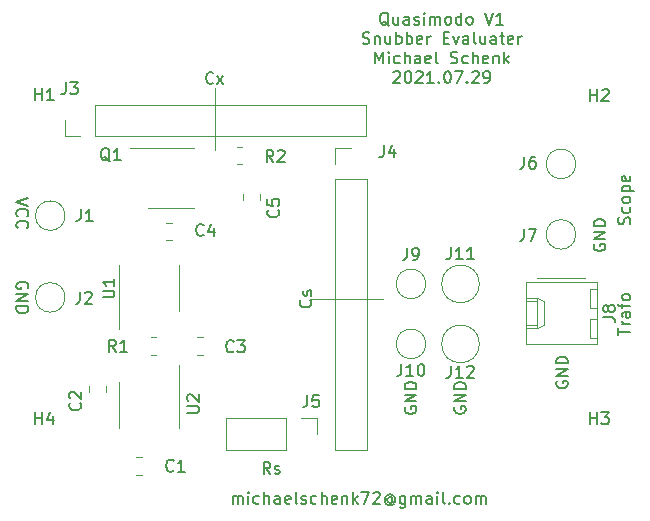
<source format=gbr>
G04 #@! TF.GenerationSoftware,KiCad,Pcbnew,(5.1.10-0-10_14)*
G04 #@! TF.CreationDate,2021-07-29T18:16:50+02:00*
G04 #@! TF.ProjectId,quasimodo,71756173-696d-46f6-946f-2e6b69636164,rev?*
G04 #@! TF.SameCoordinates,Original*
G04 #@! TF.FileFunction,Legend,Top*
G04 #@! TF.FilePolarity,Positive*
%FSLAX46Y46*%
G04 Gerber Fmt 4.6, Leading zero omitted, Abs format (unit mm)*
G04 Created by KiCad (PCBNEW (5.1.10-0-10_14)) date 2021-07-29 18:16:50*
%MOMM*%
%LPD*%
G01*
G04 APERTURE LIST*
%ADD10C,0.150000*%
%ADD11C,0.120000*%
G04 APERTURE END LIST*
D10*
X149296500Y-113537904D02*
X149248880Y-113633142D01*
X149248880Y-113776000D01*
X149296500Y-113918857D01*
X149391738Y-114014095D01*
X149486976Y-114061714D01*
X149677452Y-114109333D01*
X149820309Y-114109333D01*
X150010785Y-114061714D01*
X150106023Y-114014095D01*
X150201261Y-113918857D01*
X150248880Y-113776000D01*
X150248880Y-113680761D01*
X150201261Y-113537904D01*
X150153642Y-113490285D01*
X149820309Y-113490285D01*
X149820309Y-113680761D01*
X150248880Y-113061714D02*
X149248880Y-113061714D01*
X150248880Y-112490285D01*
X149248880Y-112490285D01*
X150248880Y-112014095D02*
X149248880Y-112014095D01*
X149248880Y-111776000D01*
X149296500Y-111633142D01*
X149391738Y-111537904D01*
X149486976Y-111490285D01*
X149677452Y-111442666D01*
X149820309Y-111442666D01*
X150010785Y-111490285D01*
X150106023Y-111537904D01*
X150201261Y-111633142D01*
X150248880Y-111776000D01*
X150248880Y-112014095D01*
X153487500Y-113537904D02*
X153439880Y-113633142D01*
X153439880Y-113776000D01*
X153487500Y-113918857D01*
X153582738Y-114014095D01*
X153677976Y-114061714D01*
X153868452Y-114109333D01*
X154011309Y-114109333D01*
X154201785Y-114061714D01*
X154297023Y-114014095D01*
X154392261Y-113918857D01*
X154439880Y-113776000D01*
X154439880Y-113680761D01*
X154392261Y-113537904D01*
X154344642Y-113490285D01*
X154011309Y-113490285D01*
X154011309Y-113680761D01*
X154439880Y-113061714D02*
X153439880Y-113061714D01*
X154439880Y-112490285D01*
X153439880Y-112490285D01*
X154439880Y-112014095D02*
X153439880Y-112014095D01*
X153439880Y-111776000D01*
X153487500Y-111633142D01*
X153582738Y-111537904D01*
X153677976Y-111490285D01*
X153868452Y-111442666D01*
X154011309Y-111442666D01*
X154201785Y-111490285D01*
X154297023Y-111537904D01*
X154392261Y-111633142D01*
X154439880Y-111776000D01*
X154439880Y-112014095D01*
X162123500Y-111378904D02*
X162075880Y-111474142D01*
X162075880Y-111617000D01*
X162123500Y-111759857D01*
X162218738Y-111855095D01*
X162313976Y-111902714D01*
X162504452Y-111950333D01*
X162647309Y-111950333D01*
X162837785Y-111902714D01*
X162933023Y-111855095D01*
X163028261Y-111759857D01*
X163075880Y-111617000D01*
X163075880Y-111521761D01*
X163028261Y-111378904D01*
X162980642Y-111331285D01*
X162647309Y-111331285D01*
X162647309Y-111521761D01*
X163075880Y-110902714D02*
X162075880Y-110902714D01*
X163075880Y-110331285D01*
X162075880Y-110331285D01*
X163075880Y-109855095D02*
X162075880Y-109855095D01*
X162075880Y-109617000D01*
X162123500Y-109474142D01*
X162218738Y-109378904D01*
X162313976Y-109331285D01*
X162504452Y-109283666D01*
X162647309Y-109283666D01*
X162837785Y-109331285D01*
X162933023Y-109378904D01*
X163028261Y-109474142D01*
X163075880Y-109617000D01*
X163075880Y-109855095D01*
X165298500Y-99758404D02*
X165250880Y-99853642D01*
X165250880Y-99996500D01*
X165298500Y-100139357D01*
X165393738Y-100234595D01*
X165488976Y-100282214D01*
X165679452Y-100329833D01*
X165822309Y-100329833D01*
X166012785Y-100282214D01*
X166108023Y-100234595D01*
X166203261Y-100139357D01*
X166250880Y-99996500D01*
X166250880Y-99901261D01*
X166203261Y-99758404D01*
X166155642Y-99710785D01*
X165822309Y-99710785D01*
X165822309Y-99901261D01*
X166250880Y-99282214D02*
X165250880Y-99282214D01*
X166250880Y-98710785D01*
X165250880Y-98710785D01*
X166250880Y-98234595D02*
X165250880Y-98234595D01*
X165250880Y-97996500D01*
X165298500Y-97853642D01*
X165393738Y-97758404D01*
X165488976Y-97710785D01*
X165679452Y-97663166D01*
X165822309Y-97663166D01*
X166012785Y-97710785D01*
X166108023Y-97758404D01*
X166203261Y-97853642D01*
X166250880Y-97996500D01*
X166250880Y-98234595D01*
X168298761Y-98059619D02*
X168346380Y-97916761D01*
X168346380Y-97678666D01*
X168298761Y-97583428D01*
X168251142Y-97535809D01*
X168155904Y-97488190D01*
X168060666Y-97488190D01*
X167965428Y-97535809D01*
X167917809Y-97583428D01*
X167870190Y-97678666D01*
X167822571Y-97869142D01*
X167774952Y-97964380D01*
X167727333Y-98012000D01*
X167632095Y-98059619D01*
X167536857Y-98059619D01*
X167441619Y-98012000D01*
X167394000Y-97964380D01*
X167346380Y-97869142D01*
X167346380Y-97631047D01*
X167394000Y-97488190D01*
X168298761Y-96631047D02*
X168346380Y-96726285D01*
X168346380Y-96916761D01*
X168298761Y-97012000D01*
X168251142Y-97059619D01*
X168155904Y-97107238D01*
X167870190Y-97107238D01*
X167774952Y-97059619D01*
X167727333Y-97012000D01*
X167679714Y-96916761D01*
X167679714Y-96726285D01*
X167727333Y-96631047D01*
X168346380Y-96059619D02*
X168298761Y-96154857D01*
X168251142Y-96202476D01*
X168155904Y-96250095D01*
X167870190Y-96250095D01*
X167774952Y-96202476D01*
X167727333Y-96154857D01*
X167679714Y-96059619D01*
X167679714Y-95916761D01*
X167727333Y-95821523D01*
X167774952Y-95773904D01*
X167870190Y-95726285D01*
X168155904Y-95726285D01*
X168251142Y-95773904D01*
X168298761Y-95821523D01*
X168346380Y-95916761D01*
X168346380Y-96059619D01*
X167679714Y-95297714D02*
X168679714Y-95297714D01*
X167727333Y-95297714D02*
X167679714Y-95202476D01*
X167679714Y-95012000D01*
X167727333Y-94916761D01*
X167774952Y-94869142D01*
X167870190Y-94821523D01*
X168155904Y-94821523D01*
X168251142Y-94869142D01*
X168298761Y-94916761D01*
X168346380Y-95012000D01*
X168346380Y-95202476D01*
X168298761Y-95297714D01*
X168298761Y-94012000D02*
X168346380Y-94107238D01*
X168346380Y-94297714D01*
X168298761Y-94392952D01*
X168203523Y-94440571D01*
X167822571Y-94440571D01*
X167727333Y-94392952D01*
X167679714Y-94297714D01*
X167679714Y-94107238D01*
X167727333Y-94012000D01*
X167822571Y-93964380D01*
X167917809Y-93964380D01*
X168013047Y-94440571D01*
X167346380Y-107449714D02*
X167346380Y-106878285D01*
X168346380Y-107164000D02*
X167346380Y-107164000D01*
X168346380Y-106544952D02*
X167679714Y-106544952D01*
X167870190Y-106544952D02*
X167774952Y-106497333D01*
X167727333Y-106449714D01*
X167679714Y-106354476D01*
X167679714Y-106259238D01*
X168346380Y-105497333D02*
X167822571Y-105497333D01*
X167727333Y-105544952D01*
X167679714Y-105640190D01*
X167679714Y-105830666D01*
X167727333Y-105925904D01*
X168298761Y-105497333D02*
X168346380Y-105592571D01*
X168346380Y-105830666D01*
X168298761Y-105925904D01*
X168203523Y-105973523D01*
X168108285Y-105973523D01*
X168013047Y-105925904D01*
X167965428Y-105830666D01*
X167965428Y-105592571D01*
X167917809Y-105497333D01*
X167679714Y-105164000D02*
X167679714Y-104783047D01*
X168346380Y-105021142D02*
X167489238Y-105021142D01*
X167394000Y-104973523D01*
X167346380Y-104878285D01*
X167346380Y-104783047D01*
X168346380Y-104306857D02*
X168298761Y-104402095D01*
X168251142Y-104449714D01*
X168155904Y-104497333D01*
X167870190Y-104497333D01*
X167774952Y-104449714D01*
X167727333Y-104402095D01*
X167679714Y-104306857D01*
X167679714Y-104164000D01*
X167727333Y-104068761D01*
X167774952Y-104021142D01*
X167870190Y-103973523D01*
X168155904Y-103973523D01*
X168251142Y-104021142D01*
X168298761Y-104068761D01*
X168346380Y-104164000D01*
X168346380Y-104306857D01*
X137890261Y-119197380D02*
X137556928Y-118721190D01*
X137318833Y-119197380D02*
X137318833Y-118197380D01*
X137699785Y-118197380D01*
X137795023Y-118245000D01*
X137842642Y-118292619D01*
X137890261Y-118387857D01*
X137890261Y-118530714D01*
X137842642Y-118625952D01*
X137795023Y-118673571D01*
X137699785Y-118721190D01*
X137318833Y-118721190D01*
X138271214Y-119149761D02*
X138366452Y-119197380D01*
X138556928Y-119197380D01*
X138652166Y-119149761D01*
X138699785Y-119054523D01*
X138699785Y-119006904D01*
X138652166Y-118911666D01*
X138556928Y-118864047D01*
X138414071Y-118864047D01*
X138318833Y-118816428D01*
X138271214Y-118721190D01*
X138271214Y-118673571D01*
X138318833Y-118578333D01*
X138414071Y-118530714D01*
X138556928Y-118530714D01*
X138652166Y-118578333D01*
X141263642Y-104489238D02*
X141311261Y-104536857D01*
X141358880Y-104679714D01*
X141358880Y-104774952D01*
X141311261Y-104917809D01*
X141216023Y-105013047D01*
X141120785Y-105060666D01*
X140930309Y-105108285D01*
X140787452Y-105108285D01*
X140596976Y-105060666D01*
X140501738Y-105013047D01*
X140406500Y-104917809D01*
X140358880Y-104774952D01*
X140358880Y-104679714D01*
X140406500Y-104536857D01*
X140454119Y-104489238D01*
X141311261Y-104108285D02*
X141358880Y-104013047D01*
X141358880Y-103822571D01*
X141311261Y-103727333D01*
X141216023Y-103679714D01*
X141168404Y-103679714D01*
X141073166Y-103727333D01*
X141025547Y-103822571D01*
X141025547Y-103965428D01*
X140977928Y-104060666D01*
X140882690Y-104108285D01*
X140835071Y-104108285D01*
X140739833Y-104060666D01*
X140692214Y-103965428D01*
X140692214Y-103822571D01*
X140739833Y-103727333D01*
X133064261Y-86082142D02*
X133016642Y-86129761D01*
X132873785Y-86177380D01*
X132778547Y-86177380D01*
X132635690Y-86129761D01*
X132540452Y-86034523D01*
X132492833Y-85939285D01*
X132445214Y-85748809D01*
X132445214Y-85605952D01*
X132492833Y-85415476D01*
X132540452Y-85320238D01*
X132635690Y-85225000D01*
X132778547Y-85177380D01*
X132873785Y-85177380D01*
X133016642Y-85225000D01*
X133064261Y-85272619D01*
X133397595Y-86177380D02*
X133921404Y-85510714D01*
X133397595Y-85510714D02*
X133921404Y-86177380D01*
X117340000Y-103505095D02*
X117387619Y-103409857D01*
X117387619Y-103267000D01*
X117340000Y-103124142D01*
X117244761Y-103028904D01*
X117149523Y-102981285D01*
X116959047Y-102933666D01*
X116816190Y-102933666D01*
X116625714Y-102981285D01*
X116530476Y-103028904D01*
X116435238Y-103124142D01*
X116387619Y-103267000D01*
X116387619Y-103362238D01*
X116435238Y-103505095D01*
X116482857Y-103552714D01*
X116816190Y-103552714D01*
X116816190Y-103362238D01*
X116387619Y-103981285D02*
X117387619Y-103981285D01*
X116387619Y-104552714D01*
X117387619Y-104552714D01*
X116387619Y-105028904D02*
X117387619Y-105028904D01*
X117387619Y-105267000D01*
X117340000Y-105409857D01*
X117244761Y-105505095D01*
X117149523Y-105552714D01*
X116959047Y-105600333D01*
X116816190Y-105600333D01*
X116625714Y-105552714D01*
X116530476Y-105505095D01*
X116435238Y-105409857D01*
X116387619Y-105267000D01*
X116387619Y-105028904D01*
X117387619Y-95821666D02*
X116387619Y-96155000D01*
X117387619Y-96488333D01*
X116482857Y-97393095D02*
X116435238Y-97345476D01*
X116387619Y-97202619D01*
X116387619Y-97107380D01*
X116435238Y-96964523D01*
X116530476Y-96869285D01*
X116625714Y-96821666D01*
X116816190Y-96774047D01*
X116959047Y-96774047D01*
X117149523Y-96821666D01*
X117244761Y-96869285D01*
X117340000Y-96964523D01*
X117387619Y-97107380D01*
X117387619Y-97202619D01*
X117340000Y-97345476D01*
X117292380Y-97393095D01*
X116482857Y-98393095D02*
X116435238Y-98345476D01*
X116387619Y-98202619D01*
X116387619Y-98107380D01*
X116435238Y-97964523D01*
X116530476Y-97869285D01*
X116625714Y-97821666D01*
X116816190Y-97774047D01*
X116959047Y-97774047D01*
X117149523Y-97821666D01*
X117244761Y-97869285D01*
X117340000Y-97964523D01*
X117387619Y-98107380D01*
X117387619Y-98202619D01*
X117340000Y-98345476D01*
X117292380Y-98393095D01*
X134700714Y-121737380D02*
X134700714Y-121070714D01*
X134700714Y-121165952D02*
X134748333Y-121118333D01*
X134843571Y-121070714D01*
X134986428Y-121070714D01*
X135081666Y-121118333D01*
X135129285Y-121213571D01*
X135129285Y-121737380D01*
X135129285Y-121213571D02*
X135176904Y-121118333D01*
X135272142Y-121070714D01*
X135415000Y-121070714D01*
X135510238Y-121118333D01*
X135557857Y-121213571D01*
X135557857Y-121737380D01*
X136034047Y-121737380D02*
X136034047Y-121070714D01*
X136034047Y-120737380D02*
X135986428Y-120785000D01*
X136034047Y-120832619D01*
X136081666Y-120785000D01*
X136034047Y-120737380D01*
X136034047Y-120832619D01*
X136938809Y-121689761D02*
X136843571Y-121737380D01*
X136653095Y-121737380D01*
X136557857Y-121689761D01*
X136510238Y-121642142D01*
X136462619Y-121546904D01*
X136462619Y-121261190D01*
X136510238Y-121165952D01*
X136557857Y-121118333D01*
X136653095Y-121070714D01*
X136843571Y-121070714D01*
X136938809Y-121118333D01*
X137367380Y-121737380D02*
X137367380Y-120737380D01*
X137795952Y-121737380D02*
X137795952Y-121213571D01*
X137748333Y-121118333D01*
X137653095Y-121070714D01*
X137510238Y-121070714D01*
X137415000Y-121118333D01*
X137367380Y-121165952D01*
X138700714Y-121737380D02*
X138700714Y-121213571D01*
X138653095Y-121118333D01*
X138557857Y-121070714D01*
X138367380Y-121070714D01*
X138272142Y-121118333D01*
X138700714Y-121689761D02*
X138605476Y-121737380D01*
X138367380Y-121737380D01*
X138272142Y-121689761D01*
X138224523Y-121594523D01*
X138224523Y-121499285D01*
X138272142Y-121404047D01*
X138367380Y-121356428D01*
X138605476Y-121356428D01*
X138700714Y-121308809D01*
X139557857Y-121689761D02*
X139462619Y-121737380D01*
X139272142Y-121737380D01*
X139176904Y-121689761D01*
X139129285Y-121594523D01*
X139129285Y-121213571D01*
X139176904Y-121118333D01*
X139272142Y-121070714D01*
X139462619Y-121070714D01*
X139557857Y-121118333D01*
X139605476Y-121213571D01*
X139605476Y-121308809D01*
X139129285Y-121404047D01*
X140176904Y-121737380D02*
X140081666Y-121689761D01*
X140034047Y-121594523D01*
X140034047Y-120737380D01*
X140510238Y-121689761D02*
X140605476Y-121737380D01*
X140795952Y-121737380D01*
X140891190Y-121689761D01*
X140938809Y-121594523D01*
X140938809Y-121546904D01*
X140891190Y-121451666D01*
X140795952Y-121404047D01*
X140653095Y-121404047D01*
X140557857Y-121356428D01*
X140510238Y-121261190D01*
X140510238Y-121213571D01*
X140557857Y-121118333D01*
X140653095Y-121070714D01*
X140795952Y-121070714D01*
X140891190Y-121118333D01*
X141795952Y-121689761D02*
X141700714Y-121737380D01*
X141510238Y-121737380D01*
X141415000Y-121689761D01*
X141367380Y-121642142D01*
X141319761Y-121546904D01*
X141319761Y-121261190D01*
X141367380Y-121165952D01*
X141415000Y-121118333D01*
X141510238Y-121070714D01*
X141700714Y-121070714D01*
X141795952Y-121118333D01*
X142224523Y-121737380D02*
X142224523Y-120737380D01*
X142653095Y-121737380D02*
X142653095Y-121213571D01*
X142605476Y-121118333D01*
X142510238Y-121070714D01*
X142367380Y-121070714D01*
X142272142Y-121118333D01*
X142224523Y-121165952D01*
X143510238Y-121689761D02*
X143415000Y-121737380D01*
X143224523Y-121737380D01*
X143129285Y-121689761D01*
X143081666Y-121594523D01*
X143081666Y-121213571D01*
X143129285Y-121118333D01*
X143224523Y-121070714D01*
X143415000Y-121070714D01*
X143510238Y-121118333D01*
X143557857Y-121213571D01*
X143557857Y-121308809D01*
X143081666Y-121404047D01*
X143986428Y-121070714D02*
X143986428Y-121737380D01*
X143986428Y-121165952D02*
X144034047Y-121118333D01*
X144129285Y-121070714D01*
X144272142Y-121070714D01*
X144367380Y-121118333D01*
X144415000Y-121213571D01*
X144415000Y-121737380D01*
X144891190Y-121737380D02*
X144891190Y-120737380D01*
X144986428Y-121356428D02*
X145272142Y-121737380D01*
X145272142Y-121070714D02*
X144891190Y-121451666D01*
X145605476Y-120737380D02*
X146272142Y-120737380D01*
X145843571Y-121737380D01*
X146605476Y-120832619D02*
X146653095Y-120785000D01*
X146748333Y-120737380D01*
X146986428Y-120737380D01*
X147081666Y-120785000D01*
X147129285Y-120832619D01*
X147176904Y-120927857D01*
X147176904Y-121023095D01*
X147129285Y-121165952D01*
X146557857Y-121737380D01*
X147176904Y-121737380D01*
X148224523Y-121261190D02*
X148176904Y-121213571D01*
X148081666Y-121165952D01*
X147986428Y-121165952D01*
X147891190Y-121213571D01*
X147843571Y-121261190D01*
X147795952Y-121356428D01*
X147795952Y-121451666D01*
X147843571Y-121546904D01*
X147891190Y-121594523D01*
X147986428Y-121642142D01*
X148081666Y-121642142D01*
X148176904Y-121594523D01*
X148224523Y-121546904D01*
X148224523Y-121165952D02*
X148224523Y-121546904D01*
X148272142Y-121594523D01*
X148319761Y-121594523D01*
X148415000Y-121546904D01*
X148462619Y-121451666D01*
X148462619Y-121213571D01*
X148367380Y-121070714D01*
X148224523Y-120975476D01*
X148034047Y-120927857D01*
X147843571Y-120975476D01*
X147700714Y-121070714D01*
X147605476Y-121213571D01*
X147557857Y-121404047D01*
X147605476Y-121594523D01*
X147700714Y-121737380D01*
X147843571Y-121832619D01*
X148034047Y-121880238D01*
X148224523Y-121832619D01*
X148367380Y-121737380D01*
X149319761Y-121070714D02*
X149319761Y-121880238D01*
X149272142Y-121975476D01*
X149224523Y-122023095D01*
X149129285Y-122070714D01*
X148986428Y-122070714D01*
X148891190Y-122023095D01*
X149319761Y-121689761D02*
X149224523Y-121737380D01*
X149034047Y-121737380D01*
X148938809Y-121689761D01*
X148891190Y-121642142D01*
X148843571Y-121546904D01*
X148843571Y-121261190D01*
X148891190Y-121165952D01*
X148938809Y-121118333D01*
X149034047Y-121070714D01*
X149224523Y-121070714D01*
X149319761Y-121118333D01*
X149795952Y-121737380D02*
X149795952Y-121070714D01*
X149795952Y-121165952D02*
X149843571Y-121118333D01*
X149938809Y-121070714D01*
X150081666Y-121070714D01*
X150176904Y-121118333D01*
X150224523Y-121213571D01*
X150224523Y-121737380D01*
X150224523Y-121213571D02*
X150272142Y-121118333D01*
X150367380Y-121070714D01*
X150510238Y-121070714D01*
X150605476Y-121118333D01*
X150653095Y-121213571D01*
X150653095Y-121737380D01*
X151557857Y-121737380D02*
X151557857Y-121213571D01*
X151510238Y-121118333D01*
X151415000Y-121070714D01*
X151224523Y-121070714D01*
X151129285Y-121118333D01*
X151557857Y-121689761D02*
X151462619Y-121737380D01*
X151224523Y-121737380D01*
X151129285Y-121689761D01*
X151081666Y-121594523D01*
X151081666Y-121499285D01*
X151129285Y-121404047D01*
X151224523Y-121356428D01*
X151462619Y-121356428D01*
X151557857Y-121308809D01*
X152034047Y-121737380D02*
X152034047Y-121070714D01*
X152034047Y-120737380D02*
X151986428Y-120785000D01*
X152034047Y-120832619D01*
X152081666Y-120785000D01*
X152034047Y-120737380D01*
X152034047Y-120832619D01*
X152653095Y-121737380D02*
X152557857Y-121689761D01*
X152510238Y-121594523D01*
X152510238Y-120737380D01*
X153034047Y-121642142D02*
X153081666Y-121689761D01*
X153034047Y-121737380D01*
X152986428Y-121689761D01*
X153034047Y-121642142D01*
X153034047Y-121737380D01*
X153938809Y-121689761D02*
X153843571Y-121737380D01*
X153653095Y-121737380D01*
X153557857Y-121689761D01*
X153510238Y-121642142D01*
X153462619Y-121546904D01*
X153462619Y-121261190D01*
X153510238Y-121165952D01*
X153557857Y-121118333D01*
X153653095Y-121070714D01*
X153843571Y-121070714D01*
X153938809Y-121118333D01*
X154510238Y-121737380D02*
X154415000Y-121689761D01*
X154367380Y-121642142D01*
X154319761Y-121546904D01*
X154319761Y-121261190D01*
X154367380Y-121165952D01*
X154415000Y-121118333D01*
X154510238Y-121070714D01*
X154653095Y-121070714D01*
X154748333Y-121118333D01*
X154795952Y-121165952D01*
X154843571Y-121261190D01*
X154843571Y-121546904D01*
X154795952Y-121642142D01*
X154748333Y-121689761D01*
X154653095Y-121737380D01*
X154510238Y-121737380D01*
X155272142Y-121737380D02*
X155272142Y-121070714D01*
X155272142Y-121165952D02*
X155319761Y-121118333D01*
X155415000Y-121070714D01*
X155557857Y-121070714D01*
X155653095Y-121118333D01*
X155700714Y-121213571D01*
X155700714Y-121737380D01*
X155700714Y-121213571D02*
X155748333Y-121118333D01*
X155843571Y-121070714D01*
X155986428Y-121070714D01*
X156081666Y-121118333D01*
X156129285Y-121213571D01*
X156129285Y-121737380D01*
X147923809Y-81257619D02*
X147828571Y-81210000D01*
X147733333Y-81114761D01*
X147590476Y-80971904D01*
X147495238Y-80924285D01*
X147400000Y-80924285D01*
X147447619Y-81162380D02*
X147352380Y-81114761D01*
X147257142Y-81019523D01*
X147209523Y-80829047D01*
X147209523Y-80495714D01*
X147257142Y-80305238D01*
X147352380Y-80210000D01*
X147447619Y-80162380D01*
X147638095Y-80162380D01*
X147733333Y-80210000D01*
X147828571Y-80305238D01*
X147876190Y-80495714D01*
X147876190Y-80829047D01*
X147828571Y-81019523D01*
X147733333Y-81114761D01*
X147638095Y-81162380D01*
X147447619Y-81162380D01*
X148733333Y-80495714D02*
X148733333Y-81162380D01*
X148304761Y-80495714D02*
X148304761Y-81019523D01*
X148352380Y-81114761D01*
X148447619Y-81162380D01*
X148590476Y-81162380D01*
X148685714Y-81114761D01*
X148733333Y-81067142D01*
X149638095Y-81162380D02*
X149638095Y-80638571D01*
X149590476Y-80543333D01*
X149495238Y-80495714D01*
X149304761Y-80495714D01*
X149209523Y-80543333D01*
X149638095Y-81114761D02*
X149542857Y-81162380D01*
X149304761Y-81162380D01*
X149209523Y-81114761D01*
X149161904Y-81019523D01*
X149161904Y-80924285D01*
X149209523Y-80829047D01*
X149304761Y-80781428D01*
X149542857Y-80781428D01*
X149638095Y-80733809D01*
X150066666Y-81114761D02*
X150161904Y-81162380D01*
X150352380Y-81162380D01*
X150447619Y-81114761D01*
X150495238Y-81019523D01*
X150495238Y-80971904D01*
X150447619Y-80876666D01*
X150352380Y-80829047D01*
X150209523Y-80829047D01*
X150114285Y-80781428D01*
X150066666Y-80686190D01*
X150066666Y-80638571D01*
X150114285Y-80543333D01*
X150209523Y-80495714D01*
X150352380Y-80495714D01*
X150447619Y-80543333D01*
X150923809Y-81162380D02*
X150923809Y-80495714D01*
X150923809Y-80162380D02*
X150876190Y-80210000D01*
X150923809Y-80257619D01*
X150971428Y-80210000D01*
X150923809Y-80162380D01*
X150923809Y-80257619D01*
X151400000Y-81162380D02*
X151400000Y-80495714D01*
X151400000Y-80590952D02*
X151447619Y-80543333D01*
X151542857Y-80495714D01*
X151685714Y-80495714D01*
X151780952Y-80543333D01*
X151828571Y-80638571D01*
X151828571Y-81162380D01*
X151828571Y-80638571D02*
X151876190Y-80543333D01*
X151971428Y-80495714D01*
X152114285Y-80495714D01*
X152209523Y-80543333D01*
X152257142Y-80638571D01*
X152257142Y-81162380D01*
X152876190Y-81162380D02*
X152780952Y-81114761D01*
X152733333Y-81067142D01*
X152685714Y-80971904D01*
X152685714Y-80686190D01*
X152733333Y-80590952D01*
X152780952Y-80543333D01*
X152876190Y-80495714D01*
X153019047Y-80495714D01*
X153114285Y-80543333D01*
X153161904Y-80590952D01*
X153209523Y-80686190D01*
X153209523Y-80971904D01*
X153161904Y-81067142D01*
X153114285Y-81114761D01*
X153019047Y-81162380D01*
X152876190Y-81162380D01*
X154066666Y-81162380D02*
X154066666Y-80162380D01*
X154066666Y-81114761D02*
X153971428Y-81162380D01*
X153780952Y-81162380D01*
X153685714Y-81114761D01*
X153638095Y-81067142D01*
X153590476Y-80971904D01*
X153590476Y-80686190D01*
X153638095Y-80590952D01*
X153685714Y-80543333D01*
X153780952Y-80495714D01*
X153971428Y-80495714D01*
X154066666Y-80543333D01*
X154685714Y-81162380D02*
X154590476Y-81114761D01*
X154542857Y-81067142D01*
X154495238Y-80971904D01*
X154495238Y-80686190D01*
X154542857Y-80590952D01*
X154590476Y-80543333D01*
X154685714Y-80495714D01*
X154828571Y-80495714D01*
X154923809Y-80543333D01*
X154971428Y-80590952D01*
X155019047Y-80686190D01*
X155019047Y-80971904D01*
X154971428Y-81067142D01*
X154923809Y-81114761D01*
X154828571Y-81162380D01*
X154685714Y-81162380D01*
X156066666Y-80162380D02*
X156400000Y-81162380D01*
X156733333Y-80162380D01*
X157590476Y-81162380D02*
X157019047Y-81162380D01*
X157304761Y-81162380D02*
X157304761Y-80162380D01*
X157209523Y-80305238D01*
X157114285Y-80400476D01*
X157019047Y-80448095D01*
X145709523Y-82764761D02*
X145852380Y-82812380D01*
X146090476Y-82812380D01*
X146185714Y-82764761D01*
X146233333Y-82717142D01*
X146280952Y-82621904D01*
X146280952Y-82526666D01*
X146233333Y-82431428D01*
X146185714Y-82383809D01*
X146090476Y-82336190D01*
X145900000Y-82288571D01*
X145804761Y-82240952D01*
X145757142Y-82193333D01*
X145709523Y-82098095D01*
X145709523Y-82002857D01*
X145757142Y-81907619D01*
X145804761Y-81860000D01*
X145900000Y-81812380D01*
X146138095Y-81812380D01*
X146280952Y-81860000D01*
X146709523Y-82145714D02*
X146709523Y-82812380D01*
X146709523Y-82240952D02*
X146757142Y-82193333D01*
X146852380Y-82145714D01*
X146995238Y-82145714D01*
X147090476Y-82193333D01*
X147138095Y-82288571D01*
X147138095Y-82812380D01*
X148042857Y-82145714D02*
X148042857Y-82812380D01*
X147614285Y-82145714D02*
X147614285Y-82669523D01*
X147661904Y-82764761D01*
X147757142Y-82812380D01*
X147900000Y-82812380D01*
X147995238Y-82764761D01*
X148042857Y-82717142D01*
X148519047Y-82812380D02*
X148519047Y-81812380D01*
X148519047Y-82193333D02*
X148614285Y-82145714D01*
X148804761Y-82145714D01*
X148900000Y-82193333D01*
X148947619Y-82240952D01*
X148995238Y-82336190D01*
X148995238Y-82621904D01*
X148947619Y-82717142D01*
X148900000Y-82764761D01*
X148804761Y-82812380D01*
X148614285Y-82812380D01*
X148519047Y-82764761D01*
X149423809Y-82812380D02*
X149423809Y-81812380D01*
X149423809Y-82193333D02*
X149519047Y-82145714D01*
X149709523Y-82145714D01*
X149804761Y-82193333D01*
X149852380Y-82240952D01*
X149900000Y-82336190D01*
X149900000Y-82621904D01*
X149852380Y-82717142D01*
X149804761Y-82764761D01*
X149709523Y-82812380D01*
X149519047Y-82812380D01*
X149423809Y-82764761D01*
X150709523Y-82764761D02*
X150614285Y-82812380D01*
X150423809Y-82812380D01*
X150328571Y-82764761D01*
X150280952Y-82669523D01*
X150280952Y-82288571D01*
X150328571Y-82193333D01*
X150423809Y-82145714D01*
X150614285Y-82145714D01*
X150709523Y-82193333D01*
X150757142Y-82288571D01*
X150757142Y-82383809D01*
X150280952Y-82479047D01*
X151185714Y-82812380D02*
X151185714Y-82145714D01*
X151185714Y-82336190D02*
X151233333Y-82240952D01*
X151280952Y-82193333D01*
X151376190Y-82145714D01*
X151471428Y-82145714D01*
X152566666Y-82288571D02*
X152900000Y-82288571D01*
X153042857Y-82812380D02*
X152566666Y-82812380D01*
X152566666Y-81812380D01*
X153042857Y-81812380D01*
X153376190Y-82145714D02*
X153614285Y-82812380D01*
X153852380Y-82145714D01*
X154661904Y-82812380D02*
X154661904Y-82288571D01*
X154614285Y-82193333D01*
X154519047Y-82145714D01*
X154328571Y-82145714D01*
X154233333Y-82193333D01*
X154661904Y-82764761D02*
X154566666Y-82812380D01*
X154328571Y-82812380D01*
X154233333Y-82764761D01*
X154185714Y-82669523D01*
X154185714Y-82574285D01*
X154233333Y-82479047D01*
X154328571Y-82431428D01*
X154566666Y-82431428D01*
X154661904Y-82383809D01*
X155280952Y-82812380D02*
X155185714Y-82764761D01*
X155138095Y-82669523D01*
X155138095Y-81812380D01*
X156090476Y-82145714D02*
X156090476Y-82812380D01*
X155661904Y-82145714D02*
X155661904Y-82669523D01*
X155709523Y-82764761D01*
X155804761Y-82812380D01*
X155947619Y-82812380D01*
X156042857Y-82764761D01*
X156090476Y-82717142D01*
X156995238Y-82812380D02*
X156995238Y-82288571D01*
X156947619Y-82193333D01*
X156852380Y-82145714D01*
X156661904Y-82145714D01*
X156566666Y-82193333D01*
X156995238Y-82764761D02*
X156900000Y-82812380D01*
X156661904Y-82812380D01*
X156566666Y-82764761D01*
X156519047Y-82669523D01*
X156519047Y-82574285D01*
X156566666Y-82479047D01*
X156661904Y-82431428D01*
X156900000Y-82431428D01*
X156995238Y-82383809D01*
X157328571Y-82145714D02*
X157709523Y-82145714D01*
X157471428Y-81812380D02*
X157471428Y-82669523D01*
X157519047Y-82764761D01*
X157614285Y-82812380D01*
X157709523Y-82812380D01*
X158423809Y-82764761D02*
X158328571Y-82812380D01*
X158138095Y-82812380D01*
X158042857Y-82764761D01*
X157995238Y-82669523D01*
X157995238Y-82288571D01*
X158042857Y-82193333D01*
X158138095Y-82145714D01*
X158328571Y-82145714D01*
X158423809Y-82193333D01*
X158471428Y-82288571D01*
X158471428Y-82383809D01*
X157995238Y-82479047D01*
X158900000Y-82812380D02*
X158900000Y-82145714D01*
X158900000Y-82336190D02*
X158947619Y-82240952D01*
X158995238Y-82193333D01*
X159090476Y-82145714D01*
X159185714Y-82145714D01*
X146780952Y-84462380D02*
X146780952Y-83462380D01*
X147114285Y-84176666D01*
X147447619Y-83462380D01*
X147447619Y-84462380D01*
X147923809Y-84462380D02*
X147923809Y-83795714D01*
X147923809Y-83462380D02*
X147876190Y-83510000D01*
X147923809Y-83557619D01*
X147971428Y-83510000D01*
X147923809Y-83462380D01*
X147923809Y-83557619D01*
X148828571Y-84414761D02*
X148733333Y-84462380D01*
X148542857Y-84462380D01*
X148447619Y-84414761D01*
X148400000Y-84367142D01*
X148352380Y-84271904D01*
X148352380Y-83986190D01*
X148400000Y-83890952D01*
X148447619Y-83843333D01*
X148542857Y-83795714D01*
X148733333Y-83795714D01*
X148828571Y-83843333D01*
X149257142Y-84462380D02*
X149257142Y-83462380D01*
X149685714Y-84462380D02*
X149685714Y-83938571D01*
X149638095Y-83843333D01*
X149542857Y-83795714D01*
X149400000Y-83795714D01*
X149304761Y-83843333D01*
X149257142Y-83890952D01*
X150590476Y-84462380D02*
X150590476Y-83938571D01*
X150542857Y-83843333D01*
X150447619Y-83795714D01*
X150257142Y-83795714D01*
X150161904Y-83843333D01*
X150590476Y-84414761D02*
X150495238Y-84462380D01*
X150257142Y-84462380D01*
X150161904Y-84414761D01*
X150114285Y-84319523D01*
X150114285Y-84224285D01*
X150161904Y-84129047D01*
X150257142Y-84081428D01*
X150495238Y-84081428D01*
X150590476Y-84033809D01*
X151447619Y-84414761D02*
X151352380Y-84462380D01*
X151161904Y-84462380D01*
X151066666Y-84414761D01*
X151019047Y-84319523D01*
X151019047Y-83938571D01*
X151066666Y-83843333D01*
X151161904Y-83795714D01*
X151352380Y-83795714D01*
X151447619Y-83843333D01*
X151495238Y-83938571D01*
X151495238Y-84033809D01*
X151019047Y-84129047D01*
X152066666Y-84462380D02*
X151971428Y-84414761D01*
X151923809Y-84319523D01*
X151923809Y-83462380D01*
X153161904Y-84414761D02*
X153304761Y-84462380D01*
X153542857Y-84462380D01*
X153638095Y-84414761D01*
X153685714Y-84367142D01*
X153733333Y-84271904D01*
X153733333Y-84176666D01*
X153685714Y-84081428D01*
X153638095Y-84033809D01*
X153542857Y-83986190D01*
X153352380Y-83938571D01*
X153257142Y-83890952D01*
X153209523Y-83843333D01*
X153161904Y-83748095D01*
X153161904Y-83652857D01*
X153209523Y-83557619D01*
X153257142Y-83510000D01*
X153352380Y-83462380D01*
X153590476Y-83462380D01*
X153733333Y-83510000D01*
X154590476Y-84414761D02*
X154495238Y-84462380D01*
X154304761Y-84462380D01*
X154209523Y-84414761D01*
X154161904Y-84367142D01*
X154114285Y-84271904D01*
X154114285Y-83986190D01*
X154161904Y-83890952D01*
X154209523Y-83843333D01*
X154304761Y-83795714D01*
X154495238Y-83795714D01*
X154590476Y-83843333D01*
X155019047Y-84462380D02*
X155019047Y-83462380D01*
X155447619Y-84462380D02*
X155447619Y-83938571D01*
X155400000Y-83843333D01*
X155304761Y-83795714D01*
X155161904Y-83795714D01*
X155066666Y-83843333D01*
X155019047Y-83890952D01*
X156304761Y-84414761D02*
X156209523Y-84462380D01*
X156019047Y-84462380D01*
X155923809Y-84414761D01*
X155876190Y-84319523D01*
X155876190Y-83938571D01*
X155923809Y-83843333D01*
X156019047Y-83795714D01*
X156209523Y-83795714D01*
X156304761Y-83843333D01*
X156352380Y-83938571D01*
X156352380Y-84033809D01*
X155876190Y-84129047D01*
X156780952Y-83795714D02*
X156780952Y-84462380D01*
X156780952Y-83890952D02*
X156828571Y-83843333D01*
X156923809Y-83795714D01*
X157066666Y-83795714D01*
X157161904Y-83843333D01*
X157209523Y-83938571D01*
X157209523Y-84462380D01*
X157685714Y-84462380D02*
X157685714Y-83462380D01*
X157780952Y-84081428D02*
X158066666Y-84462380D01*
X158066666Y-83795714D02*
X157685714Y-84176666D01*
X148304761Y-85207619D02*
X148352380Y-85160000D01*
X148447619Y-85112380D01*
X148685714Y-85112380D01*
X148780952Y-85160000D01*
X148828571Y-85207619D01*
X148876190Y-85302857D01*
X148876190Y-85398095D01*
X148828571Y-85540952D01*
X148257142Y-86112380D01*
X148876190Y-86112380D01*
X149495238Y-85112380D02*
X149590476Y-85112380D01*
X149685714Y-85160000D01*
X149733333Y-85207619D01*
X149780952Y-85302857D01*
X149828571Y-85493333D01*
X149828571Y-85731428D01*
X149780952Y-85921904D01*
X149733333Y-86017142D01*
X149685714Y-86064761D01*
X149590476Y-86112380D01*
X149495238Y-86112380D01*
X149400000Y-86064761D01*
X149352380Y-86017142D01*
X149304761Y-85921904D01*
X149257142Y-85731428D01*
X149257142Y-85493333D01*
X149304761Y-85302857D01*
X149352380Y-85207619D01*
X149400000Y-85160000D01*
X149495238Y-85112380D01*
X150209523Y-85207619D02*
X150257142Y-85160000D01*
X150352380Y-85112380D01*
X150590476Y-85112380D01*
X150685714Y-85160000D01*
X150733333Y-85207619D01*
X150780952Y-85302857D01*
X150780952Y-85398095D01*
X150733333Y-85540952D01*
X150161904Y-86112380D01*
X150780952Y-86112380D01*
X151733333Y-86112380D02*
X151161904Y-86112380D01*
X151447619Y-86112380D02*
X151447619Y-85112380D01*
X151352380Y-85255238D01*
X151257142Y-85350476D01*
X151161904Y-85398095D01*
X152161904Y-86017142D02*
X152209523Y-86064761D01*
X152161904Y-86112380D01*
X152114285Y-86064761D01*
X152161904Y-86017142D01*
X152161904Y-86112380D01*
X152828571Y-85112380D02*
X152923809Y-85112380D01*
X153019047Y-85160000D01*
X153066666Y-85207619D01*
X153114285Y-85302857D01*
X153161904Y-85493333D01*
X153161904Y-85731428D01*
X153114285Y-85921904D01*
X153066666Y-86017142D01*
X153019047Y-86064761D01*
X152923809Y-86112380D01*
X152828571Y-86112380D01*
X152733333Y-86064761D01*
X152685714Y-86017142D01*
X152638095Y-85921904D01*
X152590476Y-85731428D01*
X152590476Y-85493333D01*
X152638095Y-85302857D01*
X152685714Y-85207619D01*
X152733333Y-85160000D01*
X152828571Y-85112380D01*
X153495238Y-85112380D02*
X154161904Y-85112380D01*
X153733333Y-86112380D01*
X154542857Y-86017142D02*
X154590476Y-86064761D01*
X154542857Y-86112380D01*
X154495238Y-86064761D01*
X154542857Y-86017142D01*
X154542857Y-86112380D01*
X154971428Y-85207619D02*
X155019047Y-85160000D01*
X155114285Y-85112380D01*
X155352380Y-85112380D01*
X155447619Y-85160000D01*
X155495238Y-85207619D01*
X155542857Y-85302857D01*
X155542857Y-85398095D01*
X155495238Y-85540952D01*
X154923809Y-86112380D01*
X155542857Y-86112380D01*
X156019047Y-86112380D02*
X156209523Y-86112380D01*
X156304761Y-86064761D01*
X156352380Y-86017142D01*
X156447619Y-85874285D01*
X156495238Y-85683809D01*
X156495238Y-85302857D01*
X156447619Y-85207619D01*
X156400000Y-85160000D01*
X156304761Y-85112380D01*
X156114285Y-85112380D01*
X156019047Y-85160000D01*
X155971428Y-85207619D01*
X155923809Y-85302857D01*
X155923809Y-85540952D01*
X155971428Y-85636190D01*
X156019047Y-85683809D01*
X156114285Y-85731428D01*
X156304761Y-85731428D01*
X156400000Y-85683809D01*
X156447619Y-85636190D01*
X156495238Y-85540952D01*
D11*
X147447000Y-104394000D02*
X141351000Y-104394000D01*
X133223000Y-86550500D02*
X133223000Y-91757500D01*
X125075000Y-113409500D02*
X125075000Y-115359500D01*
X125075000Y-113409500D02*
X125075000Y-111459500D01*
X130195000Y-113409500D02*
X130195000Y-115359500D01*
X130195000Y-113409500D02*
X130195000Y-109959500D01*
X130195000Y-103503500D02*
X130195000Y-101553500D01*
X130195000Y-103503500D02*
X130195000Y-105453500D01*
X125075000Y-103503500D02*
X125075000Y-101553500D01*
X125075000Y-103503500D02*
X125075000Y-106953500D01*
X135529564Y-93000500D02*
X135075436Y-93000500D01*
X135529564Y-91530500D02*
X135075436Y-91530500D01*
X127772936Y-107659500D02*
X128227064Y-107659500D01*
X127772936Y-109129500D02*
X128227064Y-109129500D01*
X129478000Y-96717800D02*
X131428000Y-96717800D01*
X129478000Y-96717800D02*
X127528000Y-96717800D01*
X129478000Y-91597800D02*
X131428000Y-91597800D01*
X129478000Y-91597800D02*
X126028000Y-91597800D01*
X155588281Y-108204000D02*
G75*
G03*
X155588281Y-108204000I-1600781J0D01*
G01*
X155588281Y-103124000D02*
G75*
G03*
X155588281Y-103124000I-1600781J0D01*
G01*
X151047500Y-108204000D02*
G75*
G03*
X151047500Y-108204000I-1251000J0D01*
G01*
X151047500Y-103124000D02*
G75*
G03*
X151047500Y-103124000I-1251000J0D01*
G01*
X165526500Y-102950500D02*
X159506500Y-102950500D01*
X159506500Y-102950500D02*
X159506500Y-108250500D01*
X159506500Y-108250500D02*
X165526500Y-108250500D01*
X165526500Y-108250500D02*
X165526500Y-102950500D01*
X164496500Y-102660500D02*
X160496500Y-102660500D01*
X159506500Y-104330500D02*
X160506500Y-104330500D01*
X160506500Y-104330500D02*
X160506500Y-106870500D01*
X160506500Y-106870500D02*
X159506500Y-106870500D01*
X160506500Y-104330500D02*
X161036500Y-104580500D01*
X161036500Y-104580500D02*
X161036500Y-106620500D01*
X161036500Y-106620500D02*
X160506500Y-106870500D01*
X159506500Y-104580500D02*
X160506500Y-104580500D01*
X159506500Y-106620500D02*
X160506500Y-106620500D01*
X165526500Y-103530500D02*
X164926500Y-103530500D01*
X164926500Y-103530500D02*
X164926500Y-105130500D01*
X164926500Y-105130500D02*
X165526500Y-105130500D01*
X165526500Y-106070500D02*
X164926500Y-106070500D01*
X164926500Y-106070500D02*
X164926500Y-107670500D01*
X164926500Y-107670500D02*
X165526500Y-107670500D01*
X163747500Y-98933000D02*
G75*
G03*
X163747500Y-98933000I-1251000J0D01*
G01*
X163747500Y-92964000D02*
G75*
G03*
X163747500Y-92964000I-1251000J0D01*
G01*
X134115500Y-114494000D02*
X134115500Y-117154000D01*
X139255500Y-114494000D02*
X134115500Y-114494000D01*
X139255500Y-117154000D02*
X134115500Y-117154000D01*
X139255500Y-114494000D02*
X139255500Y-117154000D01*
X140525500Y-114494000D02*
X141855500Y-114494000D01*
X141855500Y-114494000D02*
X141855500Y-115824000D01*
X143386500Y-117154000D02*
X146046500Y-117154000D01*
X143386500Y-94234000D02*
X143386500Y-117154000D01*
X146046500Y-94234000D02*
X146046500Y-117154000D01*
X143386500Y-94234000D02*
X146046500Y-94234000D01*
X143386500Y-92964000D02*
X143386500Y-91634000D01*
X143386500Y-91634000D02*
X144716500Y-91634000D01*
X145983000Y-90611000D02*
X145983000Y-87951000D01*
X123063000Y-90611000D02*
X145983000Y-90611000D01*
X123063000Y-87951000D02*
X145983000Y-87951000D01*
X123063000Y-90611000D02*
X123063000Y-87951000D01*
X121793000Y-90611000D02*
X120463000Y-90611000D01*
X120463000Y-90611000D02*
X120463000Y-89281000D01*
X120504000Y-104267000D02*
G75*
G03*
X120504000Y-104267000I-1251000J0D01*
G01*
X120504000Y-97345500D02*
G75*
G03*
X120504000Y-97345500I-1251000J0D01*
G01*
X137006000Y-95518248D02*
X137006000Y-96040752D01*
X135536000Y-95518248D02*
X135536000Y-96040752D01*
X129066748Y-97944000D02*
X129589252Y-97944000D01*
X129066748Y-99414000D02*
X129589252Y-99414000D01*
X131649748Y-107659500D02*
X132172252Y-107659500D01*
X131649748Y-109129500D02*
X132172252Y-109129500D01*
X123988500Y-111731248D02*
X123988500Y-112253752D01*
X122518500Y-111731248D02*
X122518500Y-112253752D01*
X126484748Y-117819500D02*
X127007252Y-117819500D01*
X126484748Y-119289500D02*
X127007252Y-119289500D01*
D10*
X130833880Y-114045904D02*
X131643404Y-114045904D01*
X131738642Y-113998285D01*
X131786261Y-113950666D01*
X131833880Y-113855428D01*
X131833880Y-113664952D01*
X131786261Y-113569714D01*
X131738642Y-113522095D01*
X131643404Y-113474476D01*
X130833880Y-113474476D01*
X130929119Y-113045904D02*
X130881500Y-112998285D01*
X130833880Y-112903047D01*
X130833880Y-112664952D01*
X130881500Y-112569714D01*
X130929119Y-112522095D01*
X131024357Y-112474476D01*
X131119595Y-112474476D01*
X131262452Y-112522095D01*
X131833880Y-113093523D01*
X131833880Y-112474476D01*
X123687380Y-104265404D02*
X124496904Y-104265404D01*
X124592142Y-104217785D01*
X124639761Y-104170166D01*
X124687380Y-104074928D01*
X124687380Y-103884452D01*
X124639761Y-103789214D01*
X124592142Y-103741595D01*
X124496904Y-103693976D01*
X123687380Y-103693976D01*
X124687380Y-102693976D02*
X124687380Y-103265404D01*
X124687380Y-102979690D02*
X123687380Y-102979690D01*
X123830238Y-103074928D01*
X123925476Y-103170166D01*
X123973095Y-103265404D01*
X138136333Y-92781380D02*
X137803000Y-92305190D01*
X137564904Y-92781380D02*
X137564904Y-91781380D01*
X137945857Y-91781380D01*
X138041095Y-91829000D01*
X138088714Y-91876619D01*
X138136333Y-91971857D01*
X138136333Y-92114714D01*
X138088714Y-92209952D01*
X138041095Y-92257571D01*
X137945857Y-92305190D01*
X137564904Y-92305190D01*
X138517285Y-91876619D02*
X138564904Y-91829000D01*
X138660142Y-91781380D01*
X138898238Y-91781380D01*
X138993476Y-91829000D01*
X139041095Y-91876619D01*
X139088714Y-91971857D01*
X139088714Y-92067095D01*
X139041095Y-92209952D01*
X138469666Y-92781380D01*
X139088714Y-92781380D01*
X124801333Y-108846880D02*
X124468000Y-108370690D01*
X124229904Y-108846880D02*
X124229904Y-107846880D01*
X124610857Y-107846880D01*
X124706095Y-107894500D01*
X124753714Y-107942119D01*
X124801333Y-108037357D01*
X124801333Y-108180214D01*
X124753714Y-108275452D01*
X124706095Y-108323071D01*
X124610857Y-108370690D01*
X124229904Y-108370690D01*
X125753714Y-108846880D02*
X125182285Y-108846880D01*
X125468000Y-108846880D02*
X125468000Y-107846880D01*
X125372761Y-107989738D01*
X125277523Y-108084976D01*
X125182285Y-108132595D01*
X124301261Y-92749619D02*
X124206023Y-92702000D01*
X124110785Y-92606761D01*
X123967928Y-92463904D01*
X123872690Y-92416285D01*
X123777452Y-92416285D01*
X123825071Y-92654380D02*
X123729833Y-92606761D01*
X123634595Y-92511523D01*
X123586976Y-92321047D01*
X123586976Y-91987714D01*
X123634595Y-91797238D01*
X123729833Y-91702000D01*
X123825071Y-91654380D01*
X124015547Y-91654380D01*
X124110785Y-91702000D01*
X124206023Y-91797238D01*
X124253642Y-91987714D01*
X124253642Y-92321047D01*
X124206023Y-92511523D01*
X124110785Y-92606761D01*
X124015547Y-92654380D01*
X123825071Y-92654380D01*
X125206023Y-92654380D02*
X124634595Y-92654380D01*
X124920309Y-92654380D02*
X124920309Y-91654380D01*
X124825071Y-91797238D01*
X124729833Y-91892476D01*
X124634595Y-91940095D01*
X153177976Y-110056380D02*
X153177976Y-110770666D01*
X153130357Y-110913523D01*
X153035119Y-111008761D01*
X152892261Y-111056380D01*
X152797023Y-111056380D01*
X154177976Y-111056380D02*
X153606547Y-111056380D01*
X153892261Y-111056380D02*
X153892261Y-110056380D01*
X153797023Y-110199238D01*
X153701785Y-110294476D01*
X153606547Y-110342095D01*
X154558928Y-110151619D02*
X154606547Y-110104000D01*
X154701785Y-110056380D01*
X154939880Y-110056380D01*
X155035119Y-110104000D01*
X155082738Y-110151619D01*
X155130357Y-110246857D01*
X155130357Y-110342095D01*
X155082738Y-110484952D01*
X154511309Y-111056380D01*
X155130357Y-111056380D01*
X153177976Y-100036380D02*
X153177976Y-100750666D01*
X153130357Y-100893523D01*
X153035119Y-100988761D01*
X152892261Y-101036380D01*
X152797023Y-101036380D01*
X154177976Y-101036380D02*
X153606547Y-101036380D01*
X153892261Y-101036380D02*
X153892261Y-100036380D01*
X153797023Y-100179238D01*
X153701785Y-100274476D01*
X153606547Y-100322095D01*
X155130357Y-101036380D02*
X154558928Y-101036380D01*
X154844642Y-101036380D02*
X154844642Y-100036380D01*
X154749404Y-100179238D01*
X154654166Y-100274476D01*
X154558928Y-100322095D01*
X148986976Y-109906380D02*
X148986976Y-110620666D01*
X148939357Y-110763523D01*
X148844119Y-110858761D01*
X148701261Y-110906380D01*
X148606023Y-110906380D01*
X149986976Y-110906380D02*
X149415547Y-110906380D01*
X149701261Y-110906380D02*
X149701261Y-109906380D01*
X149606023Y-110049238D01*
X149510785Y-110144476D01*
X149415547Y-110192095D01*
X150606023Y-109906380D02*
X150701261Y-109906380D01*
X150796500Y-109954000D01*
X150844119Y-110001619D01*
X150891738Y-110096857D01*
X150939357Y-110287333D01*
X150939357Y-110525428D01*
X150891738Y-110715904D01*
X150844119Y-110811142D01*
X150796500Y-110858761D01*
X150701261Y-110906380D01*
X150606023Y-110906380D01*
X150510785Y-110858761D01*
X150463166Y-110811142D01*
X150415547Y-110715904D01*
X150367928Y-110525428D01*
X150367928Y-110287333D01*
X150415547Y-110096857D01*
X150463166Y-110001619D01*
X150510785Y-109954000D01*
X150606023Y-109906380D01*
X149463166Y-100099880D02*
X149463166Y-100814166D01*
X149415547Y-100957023D01*
X149320309Y-101052261D01*
X149177452Y-101099880D01*
X149082214Y-101099880D01*
X149986976Y-101099880D02*
X150177452Y-101099880D01*
X150272690Y-101052261D01*
X150320309Y-101004642D01*
X150415547Y-100861785D01*
X150463166Y-100671309D01*
X150463166Y-100290357D01*
X150415547Y-100195119D01*
X150367928Y-100147500D01*
X150272690Y-100099880D01*
X150082214Y-100099880D01*
X149986976Y-100147500D01*
X149939357Y-100195119D01*
X149891738Y-100290357D01*
X149891738Y-100528452D01*
X149939357Y-100623690D01*
X149986976Y-100671309D01*
X150082214Y-100718928D01*
X150272690Y-100718928D01*
X150367928Y-100671309D01*
X150415547Y-100623690D01*
X150463166Y-100528452D01*
X166068880Y-105933833D02*
X166783166Y-105933833D01*
X166926023Y-105981452D01*
X167021261Y-106076690D01*
X167068880Y-106219547D01*
X167068880Y-106314785D01*
X166497452Y-105314785D02*
X166449833Y-105410023D01*
X166402214Y-105457642D01*
X166306976Y-105505261D01*
X166259357Y-105505261D01*
X166164119Y-105457642D01*
X166116500Y-105410023D01*
X166068880Y-105314785D01*
X166068880Y-105124309D01*
X166116500Y-105029071D01*
X166164119Y-104981452D01*
X166259357Y-104933833D01*
X166306976Y-104933833D01*
X166402214Y-104981452D01*
X166449833Y-105029071D01*
X166497452Y-105124309D01*
X166497452Y-105314785D01*
X166545071Y-105410023D01*
X166592690Y-105457642D01*
X166687928Y-105505261D01*
X166878404Y-105505261D01*
X166973642Y-105457642D01*
X167021261Y-105410023D01*
X167068880Y-105314785D01*
X167068880Y-105124309D01*
X167021261Y-105029071D01*
X166973642Y-104981452D01*
X166878404Y-104933833D01*
X166687928Y-104933833D01*
X166592690Y-104981452D01*
X166545071Y-105029071D01*
X166497452Y-105124309D01*
X159369166Y-98448880D02*
X159369166Y-99163166D01*
X159321547Y-99306023D01*
X159226309Y-99401261D01*
X159083452Y-99448880D01*
X158988214Y-99448880D01*
X159750119Y-98448880D02*
X160416785Y-98448880D01*
X159988214Y-99448880D01*
X159369166Y-92352880D02*
X159369166Y-93067166D01*
X159321547Y-93210023D01*
X159226309Y-93305261D01*
X159083452Y-93352880D01*
X158988214Y-93352880D01*
X160273928Y-92352880D02*
X160083452Y-92352880D01*
X159988214Y-92400500D01*
X159940595Y-92448119D01*
X159845357Y-92590976D01*
X159797738Y-92781452D01*
X159797738Y-93162404D01*
X159845357Y-93257642D01*
X159892976Y-93305261D01*
X159988214Y-93352880D01*
X160178690Y-93352880D01*
X160273928Y-93305261D01*
X160321547Y-93257642D01*
X160369166Y-93162404D01*
X160369166Y-92924309D01*
X160321547Y-92829071D01*
X160273928Y-92781452D01*
X160178690Y-92733833D01*
X159988214Y-92733833D01*
X159892976Y-92781452D01*
X159845357Y-92829071D01*
X159797738Y-92924309D01*
X141017666Y-112545880D02*
X141017666Y-113260166D01*
X140970047Y-113403023D01*
X140874809Y-113498261D01*
X140731952Y-113545880D01*
X140636714Y-113545880D01*
X141970047Y-112545880D02*
X141493857Y-112545880D01*
X141446238Y-113022071D01*
X141493857Y-112974452D01*
X141589095Y-112926833D01*
X141827190Y-112926833D01*
X141922428Y-112974452D01*
X141970047Y-113022071D01*
X142017666Y-113117309D01*
X142017666Y-113355404D01*
X141970047Y-113450642D01*
X141922428Y-113498261D01*
X141827190Y-113545880D01*
X141589095Y-113545880D01*
X141493857Y-113498261D01*
X141446238Y-113450642D01*
X147494666Y-91400380D02*
X147494666Y-92114666D01*
X147447047Y-92257523D01*
X147351809Y-92352761D01*
X147208952Y-92400380D01*
X147113714Y-92400380D01*
X148399428Y-91733714D02*
X148399428Y-92400380D01*
X148161333Y-91352761D02*
X147923238Y-92067047D01*
X148542285Y-92067047D01*
X120570666Y-86066380D02*
X120570666Y-86780666D01*
X120523047Y-86923523D01*
X120427809Y-87018761D01*
X120284952Y-87066380D01*
X120189714Y-87066380D01*
X120951619Y-86066380D02*
X121570666Y-86066380D01*
X121237333Y-86447333D01*
X121380190Y-86447333D01*
X121475428Y-86494952D01*
X121523047Y-86542571D01*
X121570666Y-86637809D01*
X121570666Y-86875904D01*
X121523047Y-86971142D01*
X121475428Y-87018761D01*
X121380190Y-87066380D01*
X121094476Y-87066380D01*
X120999238Y-87018761D01*
X120951619Y-86971142D01*
X121777166Y-103782880D02*
X121777166Y-104497166D01*
X121729547Y-104640023D01*
X121634309Y-104735261D01*
X121491452Y-104782880D01*
X121396214Y-104782880D01*
X122205738Y-103878119D02*
X122253357Y-103830500D01*
X122348595Y-103782880D01*
X122586690Y-103782880D01*
X122681928Y-103830500D01*
X122729547Y-103878119D01*
X122777166Y-103973357D01*
X122777166Y-104068595D01*
X122729547Y-104211452D01*
X122158119Y-104782880D01*
X122777166Y-104782880D01*
X121840666Y-96797880D02*
X121840666Y-97512166D01*
X121793047Y-97655023D01*
X121697809Y-97750261D01*
X121554952Y-97797880D01*
X121459714Y-97797880D01*
X122840666Y-97797880D02*
X122269238Y-97797880D01*
X122554952Y-97797880D02*
X122554952Y-96797880D01*
X122459714Y-96940738D01*
X122364476Y-97035976D01*
X122269238Y-97083595D01*
X117983095Y-114997380D02*
X117983095Y-113997380D01*
X117983095Y-114473571D02*
X118554523Y-114473571D01*
X118554523Y-114997380D02*
X118554523Y-113997380D01*
X119459285Y-114330714D02*
X119459285Y-114997380D01*
X119221190Y-113949761D02*
X118983095Y-114664047D01*
X119602142Y-114664047D01*
X164973095Y-114997380D02*
X164973095Y-113997380D01*
X164973095Y-114473571D02*
X165544523Y-114473571D01*
X165544523Y-114997380D02*
X165544523Y-113997380D01*
X165925476Y-113997380D02*
X166544523Y-113997380D01*
X166211190Y-114378333D01*
X166354047Y-114378333D01*
X166449285Y-114425952D01*
X166496904Y-114473571D01*
X166544523Y-114568809D01*
X166544523Y-114806904D01*
X166496904Y-114902142D01*
X166449285Y-114949761D01*
X166354047Y-114997380D01*
X166068333Y-114997380D01*
X165973095Y-114949761D01*
X165925476Y-114902142D01*
X164973095Y-87637880D02*
X164973095Y-86637880D01*
X164973095Y-87114071D02*
X165544523Y-87114071D01*
X165544523Y-87637880D02*
X165544523Y-86637880D01*
X165973095Y-86733119D02*
X166020714Y-86685500D01*
X166115952Y-86637880D01*
X166354047Y-86637880D01*
X166449285Y-86685500D01*
X166496904Y-86733119D01*
X166544523Y-86828357D01*
X166544523Y-86923595D01*
X166496904Y-87066452D01*
X165925476Y-87637880D01*
X166544523Y-87637880D01*
X117983095Y-87574380D02*
X117983095Y-86574380D01*
X117983095Y-87050571D02*
X118554523Y-87050571D01*
X118554523Y-87574380D02*
X118554523Y-86574380D01*
X119554523Y-87574380D02*
X118983095Y-87574380D01*
X119268809Y-87574380D02*
X119268809Y-86574380D01*
X119173571Y-86717238D01*
X119078333Y-86812476D01*
X118983095Y-86860095D01*
X138533142Y-96877166D02*
X138580761Y-96924785D01*
X138628380Y-97067642D01*
X138628380Y-97162880D01*
X138580761Y-97305738D01*
X138485523Y-97400976D01*
X138390285Y-97448595D01*
X138199809Y-97496214D01*
X138056952Y-97496214D01*
X137866476Y-97448595D01*
X137771238Y-97400976D01*
X137676000Y-97305738D01*
X137628380Y-97162880D01*
X137628380Y-97067642D01*
X137676000Y-96924785D01*
X137723619Y-96877166D01*
X137628380Y-95972404D02*
X137628380Y-96448595D01*
X138104571Y-96496214D01*
X138056952Y-96448595D01*
X138009333Y-96353357D01*
X138009333Y-96115261D01*
X138056952Y-96020023D01*
X138104571Y-95972404D01*
X138199809Y-95924785D01*
X138437904Y-95924785D01*
X138533142Y-95972404D01*
X138580761Y-96020023D01*
X138628380Y-96115261D01*
X138628380Y-96353357D01*
X138580761Y-96448595D01*
X138533142Y-96496214D01*
X132230833Y-98972642D02*
X132183214Y-99020261D01*
X132040357Y-99067880D01*
X131945119Y-99067880D01*
X131802261Y-99020261D01*
X131707023Y-98925023D01*
X131659404Y-98829785D01*
X131611785Y-98639309D01*
X131611785Y-98496452D01*
X131659404Y-98305976D01*
X131707023Y-98210738D01*
X131802261Y-98115500D01*
X131945119Y-98067880D01*
X132040357Y-98067880D01*
X132183214Y-98115500D01*
X132230833Y-98163119D01*
X133087976Y-98401214D02*
X133087976Y-99067880D01*
X132849880Y-98020261D02*
X132611785Y-98734547D01*
X133230833Y-98734547D01*
X134770833Y-108815142D02*
X134723214Y-108862761D01*
X134580357Y-108910380D01*
X134485119Y-108910380D01*
X134342261Y-108862761D01*
X134247023Y-108767523D01*
X134199404Y-108672285D01*
X134151785Y-108481809D01*
X134151785Y-108338952D01*
X134199404Y-108148476D01*
X134247023Y-108053238D01*
X134342261Y-107958000D01*
X134485119Y-107910380D01*
X134580357Y-107910380D01*
X134723214Y-107958000D01*
X134770833Y-108005619D01*
X135104166Y-107910380D02*
X135723214Y-107910380D01*
X135389880Y-108291333D01*
X135532738Y-108291333D01*
X135627976Y-108338952D01*
X135675595Y-108386571D01*
X135723214Y-108481809D01*
X135723214Y-108719904D01*
X135675595Y-108815142D01*
X135627976Y-108862761D01*
X135532738Y-108910380D01*
X135247023Y-108910380D01*
X135151785Y-108862761D01*
X135104166Y-108815142D01*
X121769142Y-113196666D02*
X121816761Y-113244285D01*
X121864380Y-113387142D01*
X121864380Y-113482380D01*
X121816761Y-113625238D01*
X121721523Y-113720476D01*
X121626285Y-113768095D01*
X121435809Y-113815714D01*
X121292952Y-113815714D01*
X121102476Y-113768095D01*
X121007238Y-113720476D01*
X120912000Y-113625238D01*
X120864380Y-113482380D01*
X120864380Y-113387142D01*
X120912000Y-113244285D01*
X120959619Y-113196666D01*
X120959619Y-112815714D02*
X120912000Y-112768095D01*
X120864380Y-112672857D01*
X120864380Y-112434761D01*
X120912000Y-112339523D01*
X120959619Y-112291904D01*
X121054857Y-112244285D01*
X121150095Y-112244285D01*
X121292952Y-112291904D01*
X121864380Y-112863333D01*
X121864380Y-112244285D01*
X129690833Y-118911642D02*
X129643214Y-118959261D01*
X129500357Y-119006880D01*
X129405119Y-119006880D01*
X129262261Y-118959261D01*
X129167023Y-118864023D01*
X129119404Y-118768785D01*
X129071785Y-118578309D01*
X129071785Y-118435452D01*
X129119404Y-118244976D01*
X129167023Y-118149738D01*
X129262261Y-118054500D01*
X129405119Y-118006880D01*
X129500357Y-118006880D01*
X129643214Y-118054500D01*
X129690833Y-118102119D01*
X130643214Y-119006880D02*
X130071785Y-119006880D01*
X130357500Y-119006880D02*
X130357500Y-118006880D01*
X130262261Y-118149738D01*
X130167023Y-118244976D01*
X130071785Y-118292595D01*
M02*

</source>
